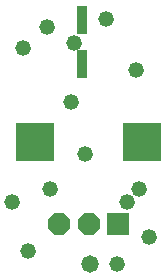
<source format=gbs>
G75*
%MOIN*%
%OFA0B0*%
%FSLAX25Y25*%
%IPPOS*%
%LPD*%
%AMOC8*
5,1,8,0,0,1.08239X$1,22.5*
%
%ADD10R,0.03359X0.09461*%
%ADD11R,0.07531X0.07531*%
%ADD12OC8,0.07531*%
%ADD13R,0.13068X0.13068*%
%ADD14C,0.05800*%
%ADD15C,0.05200*%
D10*
X0515912Y0080316D03*
X0515912Y0094883D03*
D11*
X0527782Y0026911D03*
D12*
X0517940Y0026911D03*
X0508097Y0026911D03*
D13*
X0500223Y0054470D03*
X0535656Y0054470D03*
D14*
X0518396Y0013793D03*
D15*
X0492333Y0034282D03*
X0504933Y0038782D03*
X0530640Y0034395D03*
X0534633Y0038782D03*
X0516633Y0050482D03*
X0512133Y0067582D03*
X0533733Y0078382D03*
X0495933Y0085582D03*
X0513033Y0087382D03*
X0504033Y0092782D03*
X0523833Y0095482D03*
X0538233Y0022582D03*
X0497733Y0018082D03*
X0527433Y0013582D03*
M02*

</source>
